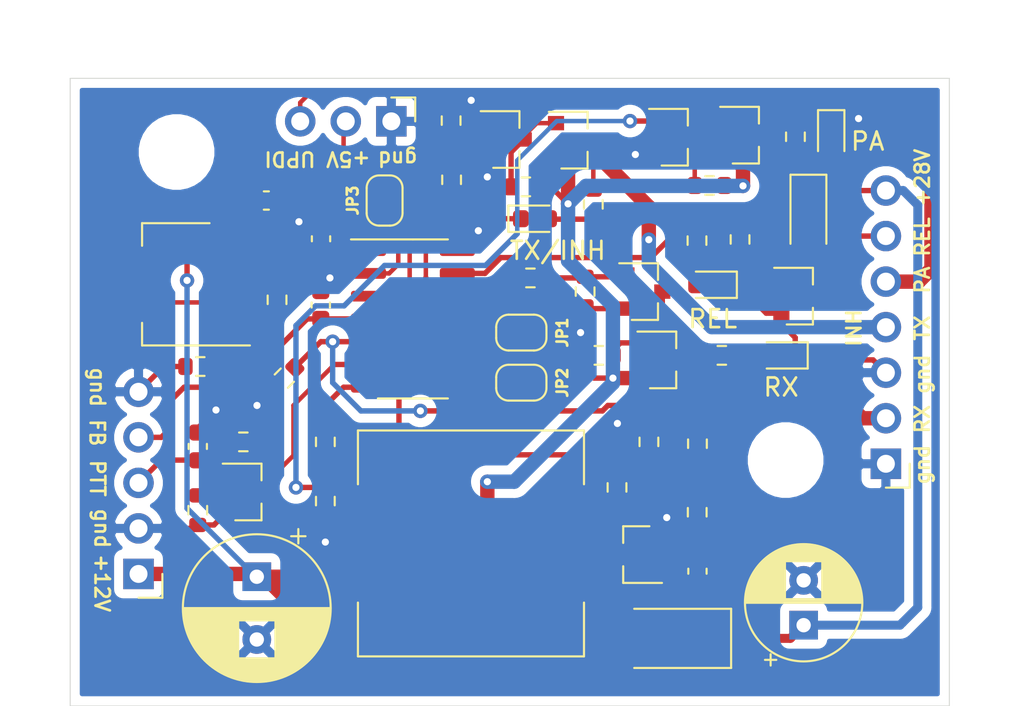
<source format=kicad_pcb>
(kicad_pcb (version 20171130) (host pcbnew 5.1.10-88a1d61d58~90~ubuntu20.04.1)
  (layers (0 F.Cu signal) (31 B.Cu signal) (34 B.Paste user) (35 F.Paste user) (36 B.SilkS user) (37 F.SilkS user) (38 B.Mask user) (39 F.Mask user) (44 Edge.Cuts user))
  (net 0 "")
  (net 1 GND)
  (net 2 "Net-(C1-Pad1)")
  (net 3 "Net-(C2-Pad1)")
  (net 4 "Net-(C3-Pad2)")
  (net 5 "Net-(C3-Pad1)")
  (net 6 "Net-(C4-Pad1)")
  (net 7 "Net-(D1-Pad2)")
  (net 8 "Net-(D2-Pad2)")
  (net 9 "Net-(D4-Pad2)")
  (net 10 "Net-(D5-Pad2)")
  (net 11 "Net-(J2-Pad3)")
  (net 12 "Net-(Q1-Pad1)")
  (net 13 "Net-(Q2-Pad3)")
  (net 14 "Net-(Q2-Pad1)")
  (net 15 "Net-(Q3-Pad3)")
  (net 16 "Net-(Q3-Pad1)")
  (net 17 "Net-(Q6-Pad1)")
  (net 18 "Net-(Q7-Pad1)")
  (net 19 "Net-(R3-Pad2)")
  (net 20 "Net-(R5-Pad2)")
  (net 21 "Net-(R6-Pad2)")
  (net 22 "Net-(R11-Pad1)")
  (net 23 "Net-(R17-Pad2)")
  (net 24 "Net-(J3-Pad4)")
  (net 25 "Net-(J3-Pad2)")
  (net 26 "Net-(D6-Pad2)")
  (net 27 "Net-(Q8-Pad3)")
  (net 28 "Net-(Q8-Pad1)")
  (net 29 "Net-(R20-Pad2)")
  (net 30 "Net-(J3-Pad5)")
  (net 31 "Net-(C5-Pad1)")
  (net 32 "Net-(C8-Pad1)")
  (net 33 "Net-(JP1-Pad2)")
  (net 34 "Net-(JP2-Pad2)")
  (net 35 "Net-(JP3-Pad1)")
  (net 36 "Net-(Q1-Pad3)")
  (module Jumper:SolderJumper-2_P1.3mm_Open_RoundedPad1.0x1.5mm (layer F.Cu) (at 382.524 115.316 90)
    (fp_text reference JP3 (at 0 -1.778 270) (layer F.SilkS) (effects (font (size 0.6 0.6))))
    (fp_text value SolderJumper_2_Open)
    (pad 2 smd custom (at 0.65 0 90) (size 1 0.5) (layers F.Cu F.Mask) (net 1 GND) (options (clearance outline) (anchor rect)) (primitives (gr_circle (center 0 0.25) (end 0.5 0.25) (width 0)) (gr_circle (center 0 -0.25) (end 0.5 -0.25) (width 0)) (gr_poly (pts (xy 0 -0.75) (xy -0.5 -0.75) (xy -0.5 0.75) (xy 0 0.75)) (width 0))))
    (pad 1 smd custom (at -0.65 0 90) (size 1 0.5) (layers F.Cu F.Mask) (net 35 "Net-(JP3-Pad1)") (options (clearance outline) (anchor rect)) (primitives (gr_circle (center 0 0.25) (end 0.5 0.25) (width 0)) (gr_circle (center 0 -0.25) (end 0.5 -0.25) (width 0)) (gr_poly (pts (xy 0 -0.75) (xy 0.5 -0.75) (xy 0.5 0.75) (xy 0 0.75)) (width 0))))
  )
  (module Connector_PinHeader_2.54mm:PinHeader_1x05_P2.54mm_Vertical (layer F.Cu) (at 368.808 136.144 180)
    (fp_text reference J1 hide)
    (fp_text value Conn_01x05_Female)
    (pad 5 thru_hole oval (at 0 10.16 180) (size 1.7 1.7) (drill 1) (layers *.Cu *.Mask) (net 1 GND))
    (pad 4 thru_hole oval (at 0 7.62 180) (size 1.7 1.7) (drill 1) (layers *.Cu *.Mask) (net 32 "Net-(C8-Pad1)"))
    (pad 3 thru_hole oval (at 0 5.08 180) (size 1.7 1.7) (drill 1) (layers *.Cu *.Mask) (net 31 "Net-(C5-Pad1)"))
    (pad 2 thru_hole oval (at 0 2.54 180) (size 1.7 1.7) (drill 1) (layers *.Cu *.Mask) (net 1 GND))
    (pad 1 thru_hole rect (at 0 0 180) (size 1.7 1.7) (drill 1) (layers *.Cu *.Mask) (net 3 "Net-(C2-Pad1)"))
  )
  (module Jumper:SolderJumper-2_P1.3mm_Open_RoundedPad1.0x1.5mm (layer F.Cu) (at 390.144 125.476 180)
    (fp_text reference JP2 (at -2.286 0 90) (layer F.SilkS) (effects (font (size 0.6 0.6))))
    (fp_text value SolderJumper_2_Open)
    (pad 2 smd custom (at 0.65 0 180) (size 1 0.5) (layers F.Cu F.Mask) (net 34 "Net-(JP2-Pad2)") (options (clearance outline) (anchor rect)) (primitives (gr_circle (center 0 0.25) (end 0.5 0.25) (width 0)) (gr_circle (center 0 -0.25) (end 0.5 -0.25) (width 0)) (gr_poly (pts (xy 0 -0.75) (xy -0.5 -0.75) (xy -0.5 0.75) (xy 0 0.75)) (width 0))))
    (pad 1 smd custom (at -0.65 0 180) (size 1 0.5) (layers F.Cu F.Mask) (net 1 GND) (options (clearance outline) (anchor rect)) (primitives (gr_circle (center 0 0.25) (end 0.5 0.25) (width 0)) (gr_circle (center 0 -0.25) (end 0.5 -0.25) (width 0)) (gr_poly (pts (xy 0 -0.75) (xy 0.5 -0.75) (xy 0.5 0.75) (xy 0 0.75)) (width 0))))
  )
  (module Package_TO_SOT_SMD:SOT-23 (layer F.Cu) (at 405.638 120.65)
    (fp_text reference Q7 hide)
    (fp_text value PMV130ENEA)
    (pad 3 smd rect (at 1 0) (size 0.9 0.8) (layers F.Cu F.Paste F.Mask) (net 10 "Net-(D5-Pad2)"))
    (pad 2 smd rect (at -1 0.95) (size 0.9 0.8) (layers F.Cu F.Paste F.Mask) (net 1 GND))
    (pad 1 smd rect (at -1 -0.95) (size 0.9 0.8) (layers F.Cu F.Paste F.Mask) (net 18 "Net-(Q7-Pad1)"))
  )
  (module Jumper:SolderJumper-2_P1.3mm_Open_RoundedPad1.0x1.5mm (layer F.Cu) (at 390.144 122.682 180)
    (fp_text reference JP1 (at -2.286 0 90) (layer F.SilkS) (effects (font (size 0.6 0.6))))
    (fp_text value SolderJumper_2_Open)
    (pad 2 smd custom (at 0.65 0 180) (size 1 0.5) (layers F.Cu F.Mask) (net 33 "Net-(JP1-Pad2)") (options (clearance outline) (anchor rect)) (primitives (gr_circle (center 0 0.25) (end 0.5 0.25) (width 0)) (gr_circle (center 0 -0.25) (end 0.5 -0.25) (width 0)) (gr_poly (pts (xy 0 -0.75) (xy -0.5 -0.75) (xy -0.5 0.75) (xy 0 0.75)) (width 0))))
    (pad 1 smd custom (at -0.65 0 180) (size 1 0.5) (layers F.Cu F.Mask) (net 1 GND) (options (clearance outline) (anchor rect)) (primitives (gr_circle (center 0 0.25) (end 0.5 0.25) (width 0)) (gr_circle (center 0 -0.25) (end 0.5 -0.25) (width 0)) (gr_poly (pts (xy 0 -0.75) (xy 0.5 -0.75) (xy 0.5 0.75) (xy 0 0.75)) (width 0))))
  )
  (module Capacitor_SMD:C_0603_1608Metric (layer F.Cu) (at 378.968 121.145 90)
    (fp_text reference C8 hide)
    (fp_text value 1n)
    (pad 2 smd roundrect (at 0.775 0 90) (size 0.9 0.95) (layers F.Cu F.Paste F.Mask) (net 1 GND))
    (pad 1 smd roundrect (at -0.775 0 90) (size 0.9 0.95) (layers F.Cu F.Paste F.Mask) (net 32 "Net-(C8-Pad1)"))
  )
  (module Capacitor_SMD:C_0603_1608Metric (layer F.Cu) (at 375.933 115.316)
    (fp_text reference C6 hide)
    (fp_text value 1n)
    (pad 2 smd roundrect (at 0.775 0) (size 0.9 0.95) (layers F.Cu F.Paste F.Mask) (net 1 GND))
    (pad 1 smd roundrect (at -0.775 0) (size 0.9 0.95) (layers F.Cu F.Paste F.Mask) (net 3 "Net-(C2-Pad1)"))
  )
  (module Capacitor_SMD:C_0603_1608Metric (layer F.Cu) (at 372.11 129.032 90)
    (fp_text reference C5 hide)
    (fp_text value 1n)
    (pad 2 smd roundrect (at 0.775 0 90) (size 0.9 0.95) (layers F.Cu F.Paste F.Mask) (net 1 GND))
    (pad 1 smd roundrect (at -0.775 0 90) (size 0.9 0.95) (layers F.Cu F.Paste F.Mask) (net 31 "Net-(C5-Pad1)"))
  )
  (module Connector_PinHeader_2.54mm:PinHeader_1x03_P2.54mm_Vertical (layer F.Cu) (at 382.9 110.9 270)
    (fp_text reference J2 hide)
    (fp_text value Conn_01x03_Male)
    (pad 3 thru_hole oval (at 0 5.08 270) (size 1.7 1.7) (drill 1) (layers *.Cu *.Mask) (net 11 "Net-(J2-Pad3)"))
    (pad 2 thru_hole oval (at 0 2.54 270) (size 1.7 1.7) (drill 1) (layers *.Cu *.Mask) (net 2 "Net-(C1-Pad1)"))
    (pad 1 thru_hole rect (at 0 0 270) (size 1.7 1.7) (drill 1) (layers *.Cu *.Mask) (net 1 GND))
  )
  (module Connector_PinHeader_2.54mm:PinHeader_1x07_P2.54mm_Vertical (layer F.Cu) (at 410.464 130 180)
    (fp_text reference J3 hide)
    (fp_text value Conn_01x07_Female)
    (pad 7 thru_hole oval (at 0 15.24 180) (size 1.7 1.7) (drill 1) (layers *.Cu *.Mask) (net 6 "Net-(C4-Pad1)"))
    (pad 6 thru_hole oval (at 0 12.7 180) (size 1.7 1.7) (drill 1) (layers *.Cu *.Mask) (net 10 "Net-(D5-Pad2)"))
    (pad 5 thru_hole oval (at 0 10.16 180) (size 1.7 1.7) (drill 1) (layers *.Cu *.Mask) (net 30 "Net-(J3-Pad5)"))
    (pad 4 thru_hole oval (at 0 7.62 180) (size 1.7 1.7) (drill 1) (layers *.Cu *.Mask) (net 24 "Net-(J3-Pad4)"))
    (pad 3 thru_hole oval (at 0 5.08 180) (size 1.7 1.7) (drill 1) (layers *.Cu *.Mask) (net 1 GND))
    (pad 2 thru_hole oval (at 0 2.54 180) (size 1.7 1.7) (drill 1) (layers *.Cu *.Mask) (net 25 "Net-(J3-Pad2)"))
    (pad 1 thru_hole rect (at 0 0 180) (size 1.7 1.7) (drill 1) (layers *.Cu *.Mask) (net 1 GND))
  )
  (module Package_TO_SOT_SMD:SOT-23 (layer F.Cu) (at 398.018 124.206)
    (fp_text reference Q9 hide)
    (fp_text value PMV65XPE)
    (pad 3 smd rect (at 1 0) (size 0.9 0.8) (layers F.Cu F.Paste F.Mask) (net 25 "Net-(J3-Pad2)"))
    (pad 2 smd rect (at -1 0.95) (size 0.9 0.8) (layers F.Cu F.Paste F.Mask) (net 3 "Net-(C2-Pad1)"))
    (pad 1 smd rect (at -1 -0.95) (size 0.9 0.8) (layers F.Cu F.Paste F.Mask) (net 27 "Net-(Q8-Pad3)"))
  )
  (module Resistor_SMD:R_0603_1608Metric (layer F.Cu) (at 401.32 123.952)
    (fp_text reference R23 hide)
    (fp_text value 2k2)
    (pad 2 smd roundrect (at 0.825 0) (size 0.8 0.95) (layers F.Cu F.Paste F.Mask) (net 26 "Net-(D6-Pad2)"))
    (pad 1 smd roundrect (at -0.825 0) (size 0.8 0.95) (layers F.Cu F.Paste F.Mask) (net 25 "Net-(J3-Pad2)"))
  )
  (module Resistor_SMD:R_0603_1608Metric (layer F.Cu) (at 394.462 123.952)
    (fp_text reference R22 hide)
    (fp_text value 33k)
    (pad 2 smd roundrect (at 0.825 0) (size 0.8 0.95) (layers F.Cu F.Paste F.Mask) (net 27 "Net-(Q8-Pad3)"))
    (pad 1 smd roundrect (at -0.825 0) (size 0.8 0.95) (layers F.Cu F.Paste F.Mask) (net 3 "Net-(C2-Pad1)"))
  )
  (module Resistor_SMD:R_0603_1608Metric (layer F.Cu) (at 393.7 120.396 270)
    (fp_text reference R21 hide)
    (fp_text value 33k)
    (pad 2 smd roundrect (at 0.825 0 270) (size 0.8 0.95) (layers F.Cu F.Paste F.Mask) (net 1 GND))
    (pad 1 smd roundrect (at -0.825 0 270) (size 0.8 0.95) (layers F.Cu F.Paste F.Mask) (net 28 "Net-(Q8-Pad1)"))
  )
  (module Resistor_SMD:R_0603_1608Metric (layer F.Cu) (at 390.652 119.634 180)
    (fp_text reference R20 hide)
    (fp_text value 33k)
    (pad 2 smd roundrect (at 0.825 0 180) (size 0.8 0.95) (layers F.Cu F.Paste F.Mask) (net 29 "Net-(R20-Pad2)"))
    (pad 1 smd roundrect (at -0.825 0 180) (size 0.8 0.95) (layers F.Cu F.Paste F.Mask) (net 28 "Net-(Q8-Pad1)"))
  )
  (module Package_TO_SOT_SMD:SOT-23 (layer F.Cu) (at 397.002 120.396)
    (fp_text reference Q8 hide)
    (fp_text value BC817)
    (pad 3 smd rect (at 1 0) (size 0.9 0.8) (layers F.Cu F.Paste F.Mask) (net 27 "Net-(Q8-Pad3)"))
    (pad 2 smd rect (at -1 0.95) (size 0.9 0.8) (layers F.Cu F.Paste F.Mask) (net 1 GND))
    (pad 1 smd rect (at -1 -0.95) (size 0.9 0.8) (layers F.Cu F.Paste F.Mask) (net 28 "Net-(Q8-Pad1)"))
  )
  (module LED_SMD:LED_0603_1608Metric (layer F.Cu) (at 404.622 123.952 180)
    (fp_text reference D6 hide)
    (fp_text value green)
    (pad 2 smd roundrect (at 0.7875 0 180) (size 0.875 0.95) (layers F.Cu F.Paste F.Mask) (net 26 "Net-(D6-Pad2)"))
    (pad 1 smd roundrect (at -0.7875 0 180) (size 0.875 0.95) (layers F.Cu F.Paste F.Mask) (net 1 GND))
  )
  (module MountingHole:MountingHole_3.2mm_M3 (layer F.Cu) (at 404.876 129.794)
    (fp_text reference REF** hide)
    (fp_text value MountingHole_3.2mm_M3)
    (pad 1 np_thru_hole circle (at 0 0) (size 3.2 3.2) (drill 3.2) (layers *.Cu *.Mask))
  )
  (module MountingHole:MountingHole_3.2mm_M3 (layer F.Cu) (at 370.9289 112.6109)
    (fp_text reference REF** hide)
    (fp_text value MountingHole_3.2mm_M3)
    (pad 1 np_thru_hole circle (at 0 0) (size 3.2 3.2) (drill 3.2) (layers *.Cu *.Mask))
  )
  (module Diode_SMD:D_SMA (layer F.Cu) (at 398.4371 139.7381 180)
    (fp_text reference D3 hide)
    (fp_text value B160-13-F)
    (pad 2 smd rect (at 2 0 180) (size 2.5 1.8) (layers F.Cu F.Paste F.Mask) (net 5 "Net-(C3-Pad1)"))
    (pad 1 smd rect (at -2 0 180) (size 2.5 1.8) (layers F.Cu F.Paste F.Mask) (net 6 "Net-(C4-Pad1)"))
  )
  (module Package_TO_SOT_SMD:SOT-23 (layer F.Cu) (at 396.5829 135.0645 180)
    (fp_text reference Q6 hide)
    (fp_text value PMV130ENEA)
    (pad 3 smd rect (at 1 0 180) (size 0.9 0.8) (layers F.Cu F.Paste F.Mask) (net 5 "Net-(C3-Pad1)"))
    (pad 2 smd rect (at -1 0.95 180) (size 0.9 0.8) (layers F.Cu F.Paste F.Mask) (net 1 GND))
    (pad 1 smd rect (at -1 -0.95 180) (size 0.9 0.8) (layers F.Cu F.Paste F.Mask) (net 17 "Net-(Q6-Pad1)"))
  )
  (module Inductor_SMD:L_12x12mm_H8mm (layer F.Cu) (at 387.3373 134.4422)
    (fp_text reference L1 hide)
    (fp_text value DR127-330-R)
    (pad 2 smd rect (at 4.95 0) (size 2.9 5.4) (layers F.Cu F.Paste F.Mask) (net 5 "Net-(C3-Pad1)"))
    (pad 1 smd rect (at -4.95 0) (size 2.9 5.4) (layers F.Cu F.Paste F.Mask) (net 3 "Net-(C2-Pad1)"))
  )
  (module Package_SO:SOIC-14_3.9x8.7mm_P1.27mm (layer F.Cu) (at 384.1 121.92)
    (fp_text reference U2 hide)
    (fp_text value ATtiny214-SS)
    (pad 14 smd roundrect (at 2.475 -3.81) (size 1.95 0.6) (layers F.Cu F.Paste F.Mask) (net 1 GND))
    (pad 13 smd roundrect (at 2.475 -2.54) (size 1.95 0.6) (layers F.Cu F.Paste F.Mask) (net 18 "Net-(Q7-Pad1)"))
    (pad 12 smd roundrect (at 2.475 -1.27) (size 1.95 0.6) (layers F.Cu F.Paste F.Mask) (net 29 "Net-(R20-Pad2)"))
    (pad 11 smd roundrect (at 2.475 0) (size 1.95 0.6) (layers F.Cu F.Paste F.Mask) (net 20 "Net-(R5-Pad2)"))
    (pad 10 smd roundrect (at 2.475 1.27) (size 1.95 0.6) (layers F.Cu F.Paste F.Mask) (net 11 "Net-(J2-Pad3)"))
    (pad 9 smd roundrect (at 2.475 2.54) (size 1.95 0.6) (layers F.Cu F.Paste F.Mask) (net 33 "Net-(JP1-Pad2)"))
    (pad 8 smd roundrect (at 2.475 3.81) (size 1.95 0.6) (layers F.Cu F.Paste F.Mask) (net 34 "Net-(JP2-Pad2)"))
    (pad 7 smd roundrect (at -2.475 3.81) (size 1.95 0.6) (layers F.Cu F.Paste F.Mask) (net 21 "Net-(R6-Pad2)"))
    (pad 6 smd roundrect (at -2.475 2.54) (size 1.95 0.6) (layers F.Cu F.Paste F.Mask) (net 36 "Net-(Q1-Pad3)"))
    (pad 5 smd roundrect (at -2.475 1.27) (size 1.95 0.6) (layers F.Cu F.Paste F.Mask) (net 23 "Net-(R17-Pad2)"))
    (pad 4 smd roundrect (at -2.475 0) (size 1.95 0.6) (layers F.Cu F.Paste F.Mask) (net 32 "Net-(C8-Pad1)"))
    (pad 3 smd roundrect (at -2.475 -1.27) (size 1.95 0.6) (layers F.Cu F.Paste F.Mask) (net 22 "Net-(R11-Pad1)"))
    (pad 2 smd roundrect (at -2.475 -2.54) (size 1.95 0.6) (layers F.Cu F.Paste F.Mask) (net 35 "Net-(JP3-Pad1)"))
    (pad 1 smd roundrect (at -2.475 -3.81) (size 1.95 0.6) (layers F.Cu F.Paste F.Mask) (net 2 "Net-(C1-Pad1)"))
  )
  (module Package_TO_SOT_SMD:SOT-223-3_TabPin2 (layer F.Cu) (at 370.9162 119.9896 180)
    (fp_text reference U1 hide)
    (fp_text value LM317_SOT-223)
    (pad 1 smd rect (at -3.15 -2.3 180) (size 2 1.5) (layers F.Cu F.Paste F.Mask) (net 19 "Net-(R3-Pad2)"))
    (pad 3 smd rect (at -3.15 2.3 180) (size 2 1.5) (layers F.Cu F.Paste F.Mask) (net 3 "Net-(C2-Pad1)"))
    (pad 2 smd rect (at -3.15 0 180) (size 2 1.5) (layers F.Cu F.Paste F.Mask) (net 2 "Net-(C1-Pad1)"))
    (pad 2 smd rect (at 3.15 0 180) (size 2 3.8) (layers F.Cu F.Paste F.Mask) (net 2 "Net-(C1-Pad1)"))
  )
  (module Resistor_SMD:R_0603_1608Metric (layer F.Cu) (at 402.336 117.4877 270)
    (fp_text reference R19 hide)
    (fp_text value 33k)
    (pad 2 smd roundrect (at 0.825 0 270) (size 0.8 0.95) (layers F.Cu F.Paste F.Mask) (net 1 GND))
    (pad 1 smd roundrect (at -0.825 0 270) (size 0.8 0.95) (layers F.Cu F.Paste F.Mask) (net 18 "Net-(Q7-Pad1)"))
  )
  (module Resistor_SMD:R_0603_1608Metric (layer F.Cu) (at 376.936 125.222 225)
    (fp_text reference R18 hide)
    (fp_text value 10k)
    (pad 2 smd roundrect (at 0.825 0 225) (size 0.8 0.95) (layers F.Cu F.Paste F.Mask) (net 1 GND))
    (pad 1 smd roundrect (at -0.825 0 225) (size 0.8 0.95) (layers F.Cu F.Paste F.Mask) (net 23 "Net-(R17-Pad2)"))
  )
  (module Resistor_SMD:R_0603_1608Metric (layer F.Cu) (at 399.9611 128.8796 90)
    (fp_text reference R17 hide)
    (fp_text value 100k)
    (pad 2 smd roundrect (at 0.825 0 90) (size 0.8 0.95) (layers F.Cu F.Paste F.Mask) (net 23 "Net-(R17-Pad2)"))
    (pad 1 smd roundrect (at -0.825 0 90) (size 0.8 0.95) (layers F.Cu F.Paste F.Mask) (net 6 "Net-(C4-Pad1)"))
  )
  (module Resistor_SMD:R_0603_1608Metric (layer F.Cu) (at 399.9357 117.5512 270)
    (fp_text reference R16 hide)
    (fp_text value 560)
    (pad 2 smd roundrect (at 0.825 0 270) (size 0.8 0.95) (layers F.Cu F.Paste F.Mask) (net 9 "Net-(D4-Pad2)"))
    (pad 1 smd roundrect (at -0.825 0 270) (size 0.8 0.95) (layers F.Cu F.Paste F.Mask) (net 18 "Net-(Q7-Pad1)"))
  )
  (module Resistor_SMD:R_0603_1608Metric (layer F.Cu) (at 399.9484 132.7023 90)
    (fp_text reference R15 hide)
    (fp_text value 100)
    (pad 2 smd roundrect (at 0.825 0 90) (size 0.8 0.95) (layers F.Cu F.Paste F.Mask) (net 1 GND))
    (pad 1 smd roundrect (at -0.825 0 90) (size 0.8 0.95) (layers F.Cu F.Paste F.Mask) (net 4 "Net-(C3-Pad2)"))
  )
  (module Resistor_SMD:R_0603_1608Metric (layer F.Cu) (at 394.1572 115.5319 270)
    (fp_text reference R14 hide)
    (fp_text value 2k2)
    (pad 2 smd roundrect (at 0.825 0 270) (size 0.8 0.95) (layers F.Cu F.Paste F.Mask) (net 8 "Net-(D2-Pad2)"))
    (pad 1 smd roundrect (at -0.825 0 270) (size 0.8 0.95) (layers F.Cu F.Paste F.Mask) (net 24 "Net-(J3-Pad4)"))
  )
  (module Resistor_SMD:R_0603_1608Metric (layer F.Cu) (at 405.4221 111.76 270)
    (fp_text reference R13 hide)
    (fp_text value 2k2)
    (pad 2 smd roundrect (at 0.825 0 270) (size 0.8 0.95) (layers F.Cu F.Paste F.Mask) (net 7 "Net-(D1-Pad2)"))
    (pad 1 smd roundrect (at -0.825 0 270) (size 0.8 0.95) (layers F.Cu F.Paste F.Mask) (net 30 "Net-(J3-Pad5)"))
  )
  (module Resistor_SMD:R_0603_1608Metric (layer F.Cu) (at 397.256 128.778 90)
    (fp_text reference R12 hide)
    (fp_text value 33k)
    (pad 2 smd roundrect (at 0.825 0 90) (size 0.8 0.95) (layers F.Cu F.Paste F.Mask) (net 1 GND))
    (pad 1 smd roundrect (at -0.825 0 90) (size 0.8 0.95) (layers F.Cu F.Paste F.Mask) (net 17 "Net-(Q6-Pad1)"))
  )
  (module Resistor_SMD:R_0603_1608Metric (layer F.Cu) (at 395.478 131.318 270)
    (fp_text reference R11 hide)
    (fp_text value 100)
    (pad 2 smd roundrect (at 0.825 0 270) (size 0.8 0.95) (layers F.Cu F.Paste F.Mask) (net 17 "Net-(Q6-Pad1)"))
    (pad 1 smd roundrect (at -0.825 0 270) (size 0.8 0.95) (layers F.Cu F.Paste F.Mask) (net 22 "Net-(R11-Pad1)"))
  )
  (module Resistor_SMD:R_0603_1608Metric (layer F.Cu) (at 400.6342 114.4778 180)
    (fp_text reference R10 hide)
    (fp_text value 33k)
    (pad 2 smd roundrect (at 0.825 0 180) (size 0.8 0.95) (layers F.Cu F.Paste F.Mask) (net 15 "Net-(Q3-Pad3)"))
    (pad 1 smd roundrect (at -0.825 0 180) (size 0.8 0.95) (layers F.Cu F.Paste F.Mask) (net 3 "Net-(C2-Pad1)"))
  )
  (module Resistor_SMD:R_0603_1608Metric (layer F.Cu) (at 390.398 114.554 180)
    (fp_text reference R9 hide)
    (fp_text value 33k)
    (pad 2 smd roundrect (at 0.825 0 180) (size 0.8 0.95) (layers F.Cu F.Paste F.Mask) (net 13 "Net-(Q2-Pad3)"))
    (pad 1 smd roundrect (at -0.825 0 180) (size 0.8 0.95) (layers F.Cu F.Paste F.Mask) (net 3 "Net-(C2-Pad1)"))
  )
  (module Resistor_SMD:R_0603_1608Metric (layer F.Cu) (at 379.222 132.08 270)
    (fp_text reference R8 hide)
    (fp_text value 33k)
    (pad 2 smd roundrect (at 0.825 0 270) (size 0.8 0.95) (layers F.Cu F.Paste F.Mask) (net 1 GND))
    (pad 1 smd roundrect (at -0.825 0 270) (size 0.8 0.95) (layers F.Cu F.Paste F.Mask) (net 16 "Net-(Q3-Pad1)"))
  )
  (module Resistor_SMD:R_0603_1608Metric (layer F.Cu) (at 386.2324 110.8583 90)
    (fp_text reference R7 hide)
    (fp_text value 33k)
    (pad 2 smd roundrect (at 0.825 0 90) (size 0.8 0.95) (layers F.Cu F.Paste F.Mask) (net 1 GND))
    (pad 1 smd roundrect (at -0.825 0 90) (size 0.8 0.95) (layers F.Cu F.Paste F.Mask) (net 14 "Net-(Q2-Pad1)"))
  )
  (module Resistor_SMD:R_0603_1608Metric (layer F.Cu) (at 379.222 128.778 90)
    (fp_text reference R6 hide)
    (fp_text value 33k)
    (pad 2 smd roundrect (at 0.825 0 90) (size 0.8 0.95) (layers F.Cu F.Paste F.Mask) (net 21 "Net-(R6-Pad2)"))
    (pad 1 smd roundrect (at -0.825 0 90) (size 0.8 0.95) (layers F.Cu F.Paste F.Mask) (net 16 "Net-(Q3-Pad1)"))
  )
  (module Resistor_SMD:R_0603_1608Metric (layer F.Cu) (at 386.2578 114.1603 270)
    (fp_text reference R5 hide)
    (fp_text value 33k)
    (pad 2 smd roundrect (at 0.825 0 270) (size 0.8 0.95) (layers F.Cu F.Paste F.Mask) (net 20 "Net-(R5-Pad2)"))
    (pad 1 smd roundrect (at -0.825 0 270) (size 0.8 0.95) (layers F.Cu F.Paste F.Mask) (net 14 "Net-(Q2-Pad1)"))
  )
  (module Resistor_SMD:R_0603_1608Metric (layer F.Cu) (at 376.5296 120.8532 90)
    (fp_text reference R4 hide)
    (fp_text value 330)
    (pad 2 smd roundrect (at 0.825 0 90) (size 0.8 0.95) (layers F.Cu F.Paste F.Mask) (net 2 "Net-(C1-Pad1)"))
    (pad 1 smd roundrect (at -0.825 0 90) (size 0.8 0.95) (layers F.Cu F.Paste F.Mask) (net 19 "Net-(R3-Pad2)"))
  )
  (module Resistor_SMD:R_0603_1608Metric (layer F.Cu) (at 372.25 124.5743)
    (fp_text reference R3 hide)
    (fp_text value 1k)
    (pad 2 smd roundrect (at 0.825 0) (size 0.8 0.95) (layers F.Cu F.Paste F.Mask) (net 19 "Net-(R3-Pad2)"))
    (pad 1 smd roundrect (at -0.825 0) (size 0.8 0.95) (layers F.Cu F.Paste F.Mask) (net 1 GND))
  )
  (module Resistor_SMD:R_0603_1608Metric (layer F.Cu) (at 372.11 132.588 270)
    (fp_text reference R2 hide)
    (fp_text value 100k)
    (pad 2 smd roundrect (at 0.825 0 270) (size 0.8 0.95) (layers F.Cu F.Paste F.Mask) (net 1 GND))
    (pad 1 smd roundrect (at -0.825 0 270) (size 0.8 0.95) (layers F.Cu F.Paste F.Mask) (net 12 "Net-(Q1-Pad1)"))
  )
  (module Resistor_SMD:R_0603_1608Metric (layer F.Cu) (at 374.65 128.778 180)
    (fp_text reference R1 hide)
    (fp_text value 33k)
    (pad 2 smd roundrect (at 0.825 0 180) (size 0.8 0.95) (layers F.Cu F.Paste F.Mask) (net 31 "Net-(C5-Pad1)"))
    (pad 1 smd roundrect (at -0.825 0 180) (size 0.8 0.95) (layers F.Cu F.Paste F.Mask) (net 12 "Net-(Q1-Pad1)"))
  )
  (module Package_TO_SOT_SMD:SOT-23 (layer F.Cu) (at 402.6281 111.6711)
    (fp_text reference Q5 hide)
    (fp_text value PMV65XPE)
    (pad 3 smd rect (at 1 0) (size 0.9 0.8) (layers F.Cu F.Paste F.Mask) (net 30 "Net-(J3-Pad5)"))
    (pad 2 smd rect (at -1 0.95) (size 0.9 0.8) (layers F.Cu F.Paste F.Mask) (net 3 "Net-(C2-Pad1)"))
    (pad 1 smd rect (at -1 -0.95) (size 0.9 0.8) (layers F.Cu F.Paste F.Mask) (net 15 "Net-(Q3-Pad3)"))
  )
  (module Package_TO_SOT_SMD:SOT-23 (layer F.Cu) (at 393.0777 111.9505)
    (fp_text reference Q4 hide)
    (fp_text value PMV65XPE)
    (pad 3 smd rect (at 1 0) (size 0.9 0.8) (layers F.Cu F.Paste F.Mask) (net 24 "Net-(J3-Pad4)"))
    (pad 2 smd rect (at -1 0.95) (size 0.9 0.8) (layers F.Cu F.Paste F.Mask) (net 3 "Net-(C2-Pad1)"))
    (pad 1 smd rect (at -1 -0.95) (size 0.9 0.8) (layers F.Cu F.Paste F.Mask) (net 13 "Net-(Q2-Pad3)"))
  )
  (module Package_TO_SOT_SMD:SOT-23 (layer F.Cu) (at 398.6657 111.7854)
    (fp_text reference Q3 hide)
    (fp_text value BC817)
    (pad 3 smd rect (at 1 0) (size 0.9 0.8) (layers F.Cu F.Paste F.Mask) (net 15 "Net-(Q3-Pad3)"))
    (pad 2 smd rect (at -1 0.95) (size 0.9 0.8) (layers F.Cu F.Paste F.Mask) (net 1 GND))
    (pad 1 smd rect (at -1 -0.95) (size 0.9 0.8) (layers F.Cu F.Paste F.Mask) (net 16 "Net-(Q3-Pad1)"))
  )
  (module Package_TO_SOT_SMD:SOT-23 (layer F.Cu) (at 389.2804 111.9124)
    (fp_text reference Q2 hide)
    (fp_text value BC817)
    (pad 3 smd rect (at 1 0) (size 0.9 0.8) (layers F.Cu F.Paste F.Mask) (net 13 "Net-(Q2-Pad3)"))
    (pad 2 smd rect (at -1 0.95) (size 0.9 0.8) (layers F.Cu F.Paste F.Mask) (net 1 GND))
    (pad 1 smd rect (at -1 -0.95) (size 0.9 0.8) (layers F.Cu F.Paste F.Mask) (net 14 "Net-(Q2-Pad1)"))
  )
  (module Package_TO_SOT_SMD:SOT-23 (layer F.Cu) (at 374.904 131.572)
    (fp_text reference Q1 hide)
    (fp_text value BC817)
    (pad 3 smd rect (at 1 0) (size 0.9 0.8) (layers F.Cu F.Paste F.Mask) (net 36 "Net-(Q1-Pad3)"))
    (pad 2 smd rect (at -1 0.95) (size 0.9 0.8) (layers F.Cu F.Paste F.Mask) (net 1 GND))
    (pad 1 smd rect (at -1 -0.95) (size 0.9 0.8) (layers F.Cu F.Paste F.Mask) (net 12 "Net-(Q1-Pad1)"))
  )
  (module Diode_SMD:D_SOD-123F (layer F.Cu) (at 406.146 116.078 270)
    (fp_text reference D5 hide)
    (fp_text value SM4005PL)
    (pad 2 smd rect (at 1.4 0 270) (size 1.1 1.1) (layers F.Cu F.Paste F.Mask) (net 10 "Net-(D5-Pad2)"))
    (pad 1 smd rect (at -1.4 0 270) (size 1.1 1.1) (layers F.Cu F.Paste F.Mask) (net 6 "Net-(C4-Pad1)"))
  )
  (module LED_SMD:LED_0603_1608Metric (layer F.Cu) (at 400.6723 120.015 180)
    (fp_text reference D4 hide)
    (fp_text value yellow)
    (pad 2 smd roundrect (at 0.7875 0 180) (size 0.875 0.95) (layers F.Cu F.Paste F.Mask) (net 9 "Net-(D4-Pad2)"))
    (pad 1 smd roundrect (at -0.7875 0 180) (size 0.875 0.95) (layers F.Cu F.Paste F.Mask) (net 1 GND))
  )
  (module LED_SMD:LED_0603_1608Metric (layer F.Cu) (at 390.906 116.332)
    (fp_text reference D2 hide)
    (fp_text value red)
    (pad 2 smd roundrect (at 0.7875 0) (size 0.875 0.95) (layers F.Cu F.Paste F.Mask) (net 8 "Net-(D2-Pad2)"))
    (pad 1 smd roundrect (at -0.7875 0) (size 0.875 0.95) (layers F.Cu F.Paste F.Mask) (net 1 GND))
  )
  (module LED_SMD:LED_0603_1608Metric (layer F.Cu) (at 407.416 111.76 270)
    (fp_text reference D1 hide)
    (fp_text value red)
    (pad 2 smd roundrect (at 0.7875 0 270) (size 0.875 0.95) (layers F.Cu F.Paste F.Mask) (net 7 "Net-(D1-Pad2)"))
    (pad 1 smd roundrect (at -0.7875 0 270) (size 0.875 0.95) (layers F.Cu F.Paste F.Mask) (net 1 GND))
  )
  (module Capacitor_THT:CP_Radial_D6.3mm_P2.50mm (layer F.Cu) (at 405.8793 139.0015 90)
    (fp_text reference C4 hide)
    (fp_text value 100µ/35V)
    (pad 2 thru_hole circle (at 2.5 0 90) (size 1.6 1.6) (drill 0.8) (layers *.Cu *.Mask) (net 1 GND))
    (pad 1 thru_hole rect (at 0 0 90) (size 1.6 1.6) (drill 0.8) (layers *.Cu *.Mask) (net 6 "Net-(C4-Pad1)"))
  )
  (module Capacitor_SMD:C_0603_1608Metric (layer F.Cu) (at 399.9611 135.9916 90)
    (fp_text reference C3 hide)
    (fp_text value 220p)
    (pad 2 smd roundrect (at 0.775 0 90) (size 0.9 0.95) (layers F.Cu F.Paste F.Mask) (net 4 "Net-(C3-Pad2)"))
    (pad 1 smd roundrect (at -0.775 0 90) (size 0.9 0.95) (layers F.Cu F.Paste F.Mask) (net 5 "Net-(C3-Pad1)"))
  )
  (module Capacitor_THT:CP_Radial_D8.0mm_P3.50mm (layer F.Cu) (at 375.4 136.3 270)
    (fp_text reference C2 hide)
    (fp_text value 330µ/25V)
    (pad 2 thru_hole circle (at 3.5 0 270) (size 1.6 1.6) (drill 0.8) (layers *.Cu *.Mask) (net 1 GND))
    (pad 1 thru_hole rect (at 0 0 270) (size 1.6 1.6) (drill 0.8) (layers *.Cu *.Mask) (net 3 "Net-(C2-Pad1)"))
  )
  (module Capacitor_SMD:C_0603_1608Metric (layer F.Cu) (at 378.9807 117.4496 90)
    (fp_text reference C1 hide)
    (fp_text value 1µ)
    (pad 2 smd roundrect (at 0.775 0 90) (size 0.9 0.95) (layers F.Cu F.Paste F.Mask) (net 1 GND))
    (pad 1 smd roundrect (at -0.775 0 90) (size 0.9 0.95) (layers F.Cu F.Paste F.Mask) (net 2 "Net-(C1-Pad1)"))
  )
  (gr_text INH (at 408.686 122.428 90) (layer F.SilkS) (effects (font (size 0.8 0.8))))
  (gr_text FB (at 366.5 128.27 -90) (layer F.SilkS) (effects (font (size 0.8 0.8))))
  (gr_text +5V (at 380.5 113 180) (layer F.SilkS) (effects (font (size 0.8 0.8))))
  (gr_text gnd (at 383.25 113 180) (layer F.SilkS) (effects (font (size 0.8 0.8))))
  (gr_text UPDI (at 377.25 113 180) (layer F.SilkS) (effects (font (size 0.8 0.8))))
  (gr_text gnd (at 412.496 130.048 90) (layer F.SilkS) (effects (font (size 0.8 0.8))))
  (gr_text RX (at 412.496 127.508 90) (layer F.SilkS) (effects (font (size 0.8 0.8))))
  (gr_text gnd (at 412.496 125 90) (layer F.SilkS) (effects (font (size 0.8 0.8))))
  (gr_text TX (at 412.496 122.428 90) (layer F.SilkS) (effects (font (size 0.8 0.8))))
  (gr_text PA (at 412.496 119.75 90) (layer F.SilkS) (effects (font (size 0.8 0.8))))
  (gr_text REL (at 412.496 117.348 90) (layer F.SilkS) (effects (font (size 0.8 0.8))))
  (gr_text +28V (at 412.496 114.046 90) (layer F.SilkS) (effects (font (size 0.8 0.8))))
  (gr_text +12V (at 366.776 136.652 270) (layer F.SilkS) (effects (font (size 0.8 0.8))))
  (gr_text gnd (at 366.776 133.604 270) (layer F.SilkS) (effects (font (size 0.8 0.8))))
  (gr_text PTT (at 366.522 130.81 -90) (layer F.SilkS) (effects (font (size 0.8 0.8))))
  (gr_text gnd (at 366.522 125.73 270) (layer F.SilkS) (effects (font (size 0.8 0.8))))
  (gr_text REL (at 400.812 121.92) (layer F.SilkS) (effects (font (size 1 1))))
  (gr_text PA (at 409.448 112.014) (layer F.SilkS) (effects (font (size 1 1))))
  (gr_text TX/INH (at 392.176 118.11) (layer F.SilkS) (effects (font (size 1 1))))
  (gr_text RX (at 404.622 125.73) (layer F.SilkS) (effects (font (size 1 1))))
  (gr_line (start 365 143.5) (end 365 108.5) (layer Edge.Cuts) (width 0.05))
  (gr_line (start 365 108.5) (end 414 108.5) (layer Edge.Cuts) (width 0.05))
  (gr_line (start 414 143.5) (end 414 108.5) (layer Edge.Cuts) (width 0.05))
  (gr_line (start 365 143.5) (end 414 143.5) (layer Edge.Cuts) (width 0.05))
  (segment (start 401.6757 120.2309) (end 401.4598 120.015) (width 0.25) (layer F.Cu) (net 1))
  (segment (start 399.9484 131.8773) (end 399.1273 131.8773) (width 0.25) (layer F.Cu) (net 1))
  (via (at 388.25 114) (size 0.8) (drill 0.4) (layers F.Cu B.Cu) (net 1))
  (segment (start 388.2804 113.9696) (end 388.25 114) (width 0.25) (layer F.Cu) (net 1))
  (segment (start 388.2804 112.8624) (end 388.2804 113.9696) (width 0.25) (layer F.Cu) (net 1))
  (segment (start 387.8069 116.8781) (end 386.575 118.11) (width 0.25) (layer F.Cu) (net 1))
  (via (at 387.75 117) (size 0.8) (drill 0.4) (layers F.Cu B.Cu) (net 1))
  (segment (start 387.8069 116.9431) (end 387.75 117) (width 0.25) (layer F.Cu) (net 1))
  (segment (start 387.8069 116.8781) (end 387.8069 116.9431) (width 0.25) (layer F.Cu) (net 1))
  (via (at 396.5 112.75) (size 0.8) (drill 0.4) (layers F.Cu B.Cu) (net 1))
  (segment (start 396.5146 112.7354) (end 396.5 112.75) (width 0.25) (layer F.Cu) (net 1))
  (segment (start 397.6657 112.7354) (end 396.5146 112.7354) (width 0.25) (layer F.Cu) (net 1))
  (via (at 408.94 110.744) (size 0.8) (drill 0.4) (layers F.Cu B.Cu) (net 1))
  (via (at 395.5 127.75) (size 0.8) (drill 0.4) (layers F.Cu B.Cu) (net 1))
  (segment (start 395.625 127.875) (end 395.5 127.75) (width 0.25) (layer F.Cu) (net 1))
  (segment (start 397 127.875) (end 395.625 127.875) (width 0.25) (layer F.Cu) (net 1))
  (via (at 398.25 133) (size 0.8) (drill 0.4) (layers F.Cu B.Cu) (net 1))
  (segment (start 397.5829 133.6671) (end 398.25 133) (width 0.25) (layer F.Cu) (net 1))
  (segment (start 397.5829 134.1145) (end 397.5829 133.6671) (width 0.25) (layer F.Cu) (net 1))
  (segment (start 399.1273 132.1227) (end 399.1273 131.8773) (width 0.25) (layer F.Cu) (net 1))
  (segment (start 398.25 133) (end 399.1273 132.1227) (width 0.25) (layer F.Cu) (net 1))
  (via (at 379.222 134.366) (size 0.8) (drill 0.4) (layers F.Cu B.Cu) (net 1))
  (via (at 375.412 126.746) (size 0.8) (drill 0.4) (layers F.Cu B.Cu) (net 1))
  (via (at 377.75 116.5) (size 0.8) (drill 0.4) (layers F.Cu B.Cu) (net 1))
  (segment (start 377.9246 116.6746) (end 377.75 116.5) (width 0.25) (layer F.Cu) (net 1))
  (segment (start 378.9807 116.6746) (end 377.9246 116.6746) (width 0.25) (layer F.Cu) (net 1))
  (via (at 393.446 122.682) (size 0.8) (drill 0.4) (layers F.Cu B.Cu) (net 1))
  (segment (start 376.352637 125.805363) (end 375.412 126.746) (width 0.3) (layer F.Cu) (net 1))
  (segment (start 398.209 127.953) (end 397.256 127.953) (width 0.25) (layer F.Cu) (net 1))
  (segment (start 398.5 128.244) (end 398.209 127.953) (width 0.25) (layer F.Cu) (net 1))
  (segment (start 398.5 131.25) (end 398.5 128.244) (width 0.25) (layer F.Cu) (net 1))
  (segment (start 399.1273 131.8773) (end 398.5 131.25) (width 0.25) (layer F.Cu) (net 1))
  (segment (start 373.013 133.413) (end 373.904 132.522) (width 0.3) (layer F.Cu) (net 1))
  (segment (start 372.11 133.413) (end 373.013 133.413) (width 0.3) (layer F.Cu) (net 1))
  (segment (start 372.11 128.016) (end 373.126 127) (width 0.3) (layer F.Cu) (net 1))
  (via (at 373.126 127) (size 0.8) (drill 0.4) (layers F.Cu B.Cu) (net 1))
  (segment (start 372.11 128.257) (end 372.11 128.016) (width 0.3) (layer F.Cu) (net 1))
  (segment (start 370.2177 124.5743) (end 368.808 125.984) (width 0.3) (layer F.Cu) (net 1))
  (segment (start 371.425 124.5743) (end 370.2177 124.5743) (width 0.3) (layer F.Cu) (net 1))
  (segment (start 379.222 132.905) (end 379.222 134.366) (width 0.3) (layer F.Cu) (net 1))
  (segment (start 376.708 115.458) (end 377.75 116.5) (width 0.3) (layer F.Cu) (net 1))
  (segment (start 376.708 115.316) (end 376.708 115.458) (width 0.3) (layer F.Cu) (net 1))
  (via (at 379.476 119.634) (size 0.8) (drill 0.4) (layers F.Cu B.Cu) (net 1))
  (segment (start 378.968 120.142) (end 379.476 119.634) (width 0.3) (layer F.Cu) (net 1))
  (segment (start 378.968 120.37) (end 378.968 120.142) (width 0.3) (layer F.Cu) (net 1))
  (segment (start 403.794 121.6) (end 402.844 120.65) (width 0.3) (layer F.Cu) (net 1))
  (segment (start 404.638 121.6) (end 403.794 121.6) (width 0.3) (layer F.Cu) (net 1))
  (segment (start 402.0948 120.65) (end 401.4598 120.015) (width 0.3) (layer F.Cu) (net 1))
  (segment (start 402.844 120.65) (end 402.0948 120.65) (width 0.3) (layer F.Cu) (net 1))
  (segment (start 402.336 119.1388) (end 401.4598 120.015) (width 0.3) (layer F.Cu) (net 1))
  (segment (start 402.336 118.3127) (end 402.336 119.1388) (width 0.3) (layer F.Cu) (net 1))
  (segment (start 407.6445 110.744) (end 407.416 110.9725) (width 0.3) (layer F.Cu) (net 1))
  (segment (start 408.94 110.744) (end 407.6445 110.744) (width 0.3) (layer F.Cu) (net 1))
  (segment (start 390.794 125.476) (end 390.794 122.682) (width 0.25) (layer F.Cu) (net 1))
  (segment (start 393.192 122.682) (end 393.446 122.936) (width 0.25) (layer F.Cu) (net 1))
  (segment (start 390.794 122.682) (end 393.192 122.682) (width 0.25) (layer F.Cu) (net 1))
  (segment (start 393.7 122.682) (end 393.446 122.936) (width 0.25) (layer F.Cu) (net 1))
  (segment (start 393.825 121.346) (end 393.7 121.221) (width 0.3) (layer F.Cu) (net 1))
  (segment (start 396.002 121.346) (end 393.825 121.346) (width 0.3) (layer F.Cu) (net 1))
  (segment (start 393.446 121.475) (end 393.7 121.221) (width 0.3) (layer F.Cu) (net 1))
  (segment (start 393.446 122.682) (end 393.446 121.475) (width 0.3) (layer F.Cu) (net 1))
  (segment (start 404.638 121.6) (end 404.638 122.19) (width 0.3) (layer F.Cu) (net 1))
  (segment (start 405.4095 122.9615) (end 405.4095 124.206) (width 0.3) (layer F.Cu) (net 1))
  (segment (start 404.638 122.19) (end 405.4095 122.9615) (width 0.3) (layer F.Cu) (net 1))
  (segment (start 409.75 124.206) (end 410.464 124.92) (width 0.3) (layer F.Cu) (net 1))
  (segment (start 405.4095 124.206) (end 409.75 124.206) (width 0.3) (layer F.Cu) (net 1))
  (segment (start 388.418 116.332) (end 387.75 117) (width 0.3) (layer F.Cu) (net 1))
  (segment (start 390.1185 116.332) (end 388.418 116.332) (width 0.3) (layer F.Cu) (net 1))
  (segment (start 371.919 133.604) (end 372.11 133.413) (width 0.3) (layer F.Cu) (net 1))
  (segment (start 368.808 133.604) (end 371.919 133.604) (width 0.3) (layer F.Cu) (net 1))
  (via (at 387.35 109.728) (size 0.8) (drill 0.4) (layers F.Cu B.Cu) (net 1))
  (segment (start 387.0447 110.0333) (end 387.35 109.728) (width 0.25) (layer F.Cu) (net 1))
  (segment (start 386.2324 110.0333) (end 387.0447 110.0333) (width 0.25) (layer F.Cu) (net 1))
  (segment (start 382.9 114.29) (end 382.524 114.666) (width 0.25) (layer F.Cu) (net 1))
  (segment (start 382.9 110.9) (end 382.9 114.29) (width 0.25) (layer F.Cu) (net 1))
  (segment (start 376.491 119.9896) (end 376.5296 120.0282) (width 0.3) (layer F.Cu) (net 2))
  (segment (start 374.0662 119.9896) (end 376.491 119.9896) (width 0.3) (layer F.Cu) (net 2))
  (segment (start 377.266 120.0282) (end 378.9553 118.3389) (width 0.3) (layer F.Cu) (net 2))
  (segment (start 376.5296 120.0282) (end 377.266 120.0282) (width 0.3) (layer F.Cu) (net 2))
  (segment (start 381.5104 118.2246) (end 381.625 118.11) (width 0.3) (layer F.Cu) (net 2))
  (segment (start 378.9807 118.2246) (end 381.5104 118.2246) (width 0.3) (layer F.Cu) (net 2))
  (segment (start 367.7662 119.9896) (end 369.4896 119.9896) (width 0.25) (layer F.Cu) (net 2))
  (segment (start 369.4896 119.9896) (end 370.5 121) (width 0.25) (layer F.Cu) (net 2))
  (segment (start 373.0558 121) (end 374.0662 119.9896) (width 0.25) (layer F.Cu) (net 2))
  (segment (start 370.5 121) (end 373.0558 121) (width 0.25) (layer F.Cu) (net 2))
  (segment (start 381.625 118.11) (end 381.625 117.719) (width 0.25) (layer F.Cu) (net 2))
  (segment (start 381.625 117.719) (end 380.238 116.332) (width 0.25) (layer F.Cu) (net 2))
  (segment (start 380.238 111.022) (end 380.36 110.9) (width 0.25) (layer F.Cu) (net 2))
  (segment (start 380.238 116.332) (end 380.238 111.022) (width 0.25) (layer F.Cu) (net 2))
  (segment (start 375.4 136.3) (end 375.3267 136.3) (width 0.3) (layer B.Cu) (net 3))
  (via (at 371.5131 119.7737) (size 0.8) (drill 0.4) (layers F.Cu B.Cu) (net 3))
  (segment (start 371.5131 132.4864) (end 371.5131 119.7737) (width 0.3) (layer B.Cu) (net 3))
  (segment (start 375.3267 136.3) (end 371.5131 132.4864) (width 0.3) (layer B.Cu) (net 3))
  (segment (start 371.5131 119.7737) (end 371.5131 118.7831) (width 0.3) (layer F.Cu) (net 3))
  (segment (start 372.6066 117.6896) (end 374.0662 117.6896) (width 0.3) (layer F.Cu) (net 3))
  (segment (start 371.5131 118.7831) (end 372.6066 117.6896) (width 0.3) (layer F.Cu) (net 3))
  (segment (start 401.4592 112.79) (end 401.6281 112.6211) (width 0.25) (layer F.Cu) (net 3))
  (via (at 392.75 115.5) (size 0.8) (drill 0.4) (layers F.Cu B.Cu) (net 3))
  (segment (start 392.1342 114.8842) (end 392.75 115.5) (width 0.25) (layer F.Cu) (net 3))
  (via (at 395.25 125.222) (size 0.8) (drill 0.4) (layers F.Cu B.Cu) (net 3))
  (via (at 402.5 114.5) (size 0.8) (drill 0.4) (layers F.Cu B.Cu) (net 3))
  (segment (start 402.4778 114.4778) (end 402.5 114.5) (width 0.5) (layer F.Cu) (net 3))
  (segment (start 401.4592 114.4778) (end 402.4778 114.4778) (width 0.5) (layer F.Cu) (net 3))
  (segment (start 375.4 136.3) (end 376.3 136.3) (width 0.5) (layer F.Cu) (net 3))
  (via (at 388.25 131) (size 0.8) (drill 0.4) (layers F.Cu B.Cu) (net 3))
  (segment (start 375.36 136.26) (end 375.4 136.3) (width 0.5) (layer F.Cu) (net 3))
  (segment (start 374.0662 116.4078) (end 375.158 115.316) (width 0.3) (layer F.Cu) (net 3))
  (segment (start 374.0662 117.6896) (end 374.0662 116.4078) (width 0.3) (layer F.Cu) (net 3))
  (segment (start 380.5295 136.3) (end 382.3873 134.4422) (width 0.8) (layer F.Cu) (net 3))
  (segment (start 375.4 136.3) (end 380.5295 136.3) (width 0.8) (layer F.Cu) (net 3))
  (segment (start 375.4 136.3) (end 375.822 136.3) (width 0.8) (layer F.Cu) (net 3))
  (segment (start 375.822 136.3) (end 378.46 138.938) (width 0.8) (layer F.Cu) (net 3))
  (segment (start 378.46 138.938) (end 385.826 138.938) (width 0.8) (layer F.Cu) (net 3))
  (segment (start 388.25 136.514) (end 388.25 131) (width 0.8) (layer F.Cu) (net 3))
  (segment (start 385.826 138.938) (end 388.25 136.514) (width 0.8) (layer F.Cu) (net 3))
  (segment (start 389.75 131) (end 395.25 125.5) (width 0.8) (layer B.Cu) (net 3))
  (segment (start 388.25 131) (end 389.75 131) (width 0.8) (layer B.Cu) (net 3))
  (segment (start 395.25 125.5) (end 395.25 121.184) (width 0.8) (layer B.Cu) (net 3))
  (segment (start 392.75 118.684) (end 392.75 115.5) (width 0.8) (layer B.Cu) (net 3))
  (segment (start 395.25 121.184) (end 392.75 118.684) (width 0.8) (layer B.Cu) (net 3))
  (segment (start 393.75 114.5) (end 392.75 115.5) (width 0.8) (layer B.Cu) (net 3))
  (segment (start 402.5 114.5) (end 393.75 114.5) (width 0.8) (layer B.Cu) (net 3))
  (segment (start 401.6281 112.6211) (end 401.6731 112.6211) (width 0.8) (layer F.Cu) (net 3))
  (segment (start 402.5 113.448) (end 402.5 114.5) (width 0.8) (layer F.Cu) (net 3))
  (segment (start 401.6731 112.6211) (end 402.5 113.448) (width 0.8) (layer F.Cu) (net 3))
  (segment (start 393.637 123.952) (end 393.637 124.651) (width 0.3) (layer F.Cu) (net 3))
  (segment (start 394.208 125.222) (end 395.25 125.222) (width 0.3) (layer F.Cu) (net 3))
  (segment (start 393.637 124.651) (end 394.208 125.222) (width 0.3) (layer F.Cu) (net 3))
  (segment (start 396.952 125.222) (end 397.018 125.156) (width 0.8) (layer F.Cu) (net 3))
  (segment (start 395.25 125.222) (end 396.952 125.222) (width 0.8) (layer F.Cu) (net 3))
  (segment (start 375.244 136.144) (end 375.4 136.3) (width 0.8) (layer F.Cu) (net 3))
  (segment (start 368.808 136.144) (end 375.244 136.144) (width 0.8) (layer F.Cu) (net 3))
  (segment (start 392.75 113.5728) (end 392.0777 112.9005) (width 0.8) (layer F.Cu) (net 3))
  (segment (start 392.75 115.5) (end 392.75 113.5728) (width 0.8) (layer F.Cu) (net 3))
  (segment (start 391.804 114.554) (end 392.75 115.5) (width 0.3) (layer F.Cu) (net 3))
  (segment (start 391.223 114.554) (end 391.804 114.554) (width 0.3) (layer F.Cu) (net 3))
  (segment (start 399.9611 133.54) (end 399.9484 133.5273) (width 0.25) (layer F.Cu) (net 4))
  (segment (start 399.9611 135.2166) (end 399.9611 133.54) (width 0.25) (layer F.Cu) (net 4))
  (segment (start 392.9096 135.0645) (end 392.2873 134.4422) (width 0.25) (layer F.Cu) (net 5))
  (segment (start 395.5829 135.0645) (end 392.9096 135.0645) (width 0.25) (layer F.Cu) (net 5))
  (segment (start 399.4086 136.7666) (end 396.4371 139.7381) (width 0.25) (layer F.Cu) (net 5))
  (segment (start 399.9611 136.7666) (end 399.4086 136.7666) (width 0.25) (layer F.Cu) (net 5))
  (segment (start 392.2873 135.5883) (end 396.4371 139.7381) (width 0.5) (layer F.Cu) (net 5))
  (segment (start 392.2873 134.4422) (end 392.2873 135.5883) (width 0.5) (layer F.Cu) (net 5))
  (segment (start 400.4371 139.7381) (end 400.4371 138.8129) (width 0.25) (layer F.Cu) (net 6))
  (segment (start 400.4371 138.8129) (end 401.25 138) (width 0.25) (layer F.Cu) (net 6))
  (segment (start 401.25 130.9935) (end 399.9611 129.7046) (width 0.25) (layer F.Cu) (net 6))
  (segment (start 401.25 138) (end 401.25 130.9935) (width 0.25) (layer F.Cu) (net 6))
  (segment (start 405.8793 139.0015) (end 405.7515 139.0015) (width 0.25) (layer B.Cu) (net 6))
  (segment (start 405.8793 139.0015) (end 411.2485 139.0015) (width 0.5) (layer B.Cu) (net 6))
  (segment (start 405.1427 139.7381) (end 405.8793 139.0015) (width 0.5) (layer F.Cu) (net 6))
  (segment (start 400.4371 139.7381) (end 405.1427 139.7381) (width 0.5) (layer F.Cu) (net 6))
  (segment (start 410.464 114.76) (end 411.432 114.76) (width 0.5) (layer B.Cu) (net 6))
  (segment (start 411.432 114.76) (end 412.242 115.57) (width 0.5) (layer B.Cu) (net 6))
  (segment (start 412.242 138.008) (end 411.396 138.854) (width 0.5) (layer B.Cu) (net 6))
  (segment (start 412.242 115.57) (end 412.242 138.008) (width 0.5) (layer B.Cu) (net 6))
  (segment (start 411.2485 139.0015) (end 411.396 138.854) (width 0.5) (layer B.Cu) (net 6))
  (segment (start 406.228 114.76) (end 406.146 114.678) (width 0.3) (layer F.Cu) (net 6))
  (segment (start 410.464 114.76) (end 406.228 114.76) (width 0.3) (layer F.Cu) (net 6))
  (segment (start 407.3785 112.585) (end 407.416 112.5475) (width 0.3) (layer F.Cu) (net 7))
  (segment (start 405.4221 112.585) (end 407.3785 112.585) (width 0.3) (layer F.Cu) (net 7))
  (segment (start 391.7184 116.3569) (end 391.6935 116.332) (width 0.3) (layer F.Cu) (net 8))
  (segment (start 392.4941 116.3569) (end 391.7184 116.3569) (width 0.3) (layer F.Cu) (net 8))
  (segment (start 392.4941 116.3569) (end 394.1572 116.3569) (width 0.3) (layer F.Cu) (net 8))
  (segment (start 399.9357 119.9641) (end 399.8848 120.015) (width 0.25) (layer F.Cu) (net 9))
  (segment (start 399.9357 118.3762) (end 399.9357 119.9641) (width 0.25) (layer F.Cu) (net 9))
  (segment (start 406.324 117.3) (end 406.146 117.478) (width 0.3) (layer F.Cu) (net 10))
  (segment (start 410.464 117.3) (end 406.324 117.3) (width 0.3) (layer F.Cu) (net 10))
  (segment (start 406.638 117.97) (end 406.146 117.478) (width 0.3) (layer F.Cu) (net 10))
  (segment (start 406.638 120.65) (end 406.638 117.97) (width 0.3) (layer F.Cu) (net 10))
  (segment (start 386.575 123.19) (end 384.3782 123.19) (width 0.3) (layer F.Cu) (net 11))
  (segment (start 384.3782 123.19) (end 383.921 122.7328) (width 0.3) (layer F.Cu) (net 11))
  (segment (start 383.921 119.761) (end 383.921 117.475) (width 0.25) (layer F.Cu) (net 11))
  (segment (start 383.921 122.7328) (end 383.921 119.761) (width 0.3) (layer F.Cu) (net 11))
  (segment (start 383.921 117.475) (end 385.064 116.332) (width 0.25) (layer F.Cu) (net 11))
  (segment (start 385.064 112.522) (end 385.064 109.728) (width 0.25) (layer F.Cu) (net 11))
  (segment (start 385.064 116.332) (end 385.064 112.522) (width 0.25) (layer F.Cu) (net 11))
  (segment (start 385.064 112.522) (end 385.064 112.014) (width 0.25) (layer F.Cu) (net 11))
  (segment (start 385.064 109.728) (end 384.556 109.22) (width 0.25) (layer F.Cu) (net 11))
  (segment (start 384.556 109.22) (end 378.46 109.22) (width 0.25) (layer F.Cu) (net 11))
  (segment (start 377.82 109.86) (end 377.82 110.9) (width 0.25) (layer F.Cu) (net 11))
  (segment (start 378.46 109.22) (end 377.82 109.86) (width 0.25) (layer F.Cu) (net 11))
  (segment (start 373.904 130.622) (end 374.838 130.622) (width 0.3) (layer F.Cu) (net 12))
  (segment (start 375.475 129.985) (end 375.475 128.778) (width 0.3) (layer F.Cu) (net 12))
  (segment (start 374.838 130.622) (end 375.475 129.985) (width 0.3) (layer F.Cu) (net 12))
  (segment (start 372.763 131.763) (end 373.904 130.622) (width 0.3) (layer F.Cu) (net 12))
  (segment (start 372.11 131.763) (end 372.763 131.763) (width 0.3) (layer F.Cu) (net 12))
  (segment (start 390.2804 111.9124) (end 390.2804 111.7196) (width 0.25) (layer F.Cu) (net 13))
  (segment (start 390.9995 111.0005) (end 392.0777 111.0005) (width 0.25) (layer F.Cu) (net 13))
  (segment (start 390.2804 111.7196) (end 390.9995 111.0005) (width 0.25) (layer F.Cu) (net 13))
  (segment (start 390.1064 112.0864) (end 390.2804 111.9124) (width 0.25) (layer F.Cu) (net 13))
  (segment (start 389.573 112.6198) (end 390.2804 111.9124) (width 0.3) (layer F.Cu) (net 13))
  (segment (start 389.573 114.554) (end 389.573 112.6198) (width 0.3) (layer F.Cu) (net 13))
  (segment (start 387.5595 111.6833) (end 388.2804 110.9624) (width 0.25) (layer F.Cu) (net 14))
  (segment (start 386.2324 111.6833) (end 387.5595 111.6833) (width 0.25) (layer F.Cu) (net 14))
  (segment (start 386.2578 111.7087) (end 386.2324 111.6833) (width 0.25) (layer F.Cu) (net 14))
  (segment (start 386.2578 113.3353) (end 386.2578 111.7087) (width 0.25) (layer F.Cu) (net 14))
  (segment (start 399.8092 111.9289) (end 399.6657 111.7854) (width 0.25) (layer F.Cu) (net 15))
  (segment (start 399.8092 114.4778) (end 399.8092 111.9289) (width 0.25) (layer F.Cu) (net 15))
  (segment (start 400.5638 111.7854) (end 401.6281 110.7211) (width 0.25) (layer F.Cu) (net 15))
  (segment (start 399.6657 111.7854) (end 400.5638 111.7854) (width 0.25) (layer F.Cu) (net 15))
  (via (at 377.5837 131.318) (size 0.8) (drill 0.4) (layers F.Cu B.Cu) (net 16))
  (via (at 396.2019 110.8837) (size 0.8) (drill 0.4) (layers F.Cu B.Cu) (net 16))
  (segment (start 397.6174 110.8837) (end 397.6657 110.8354) (width 0.3) (layer F.Cu) (net 16))
  (segment (start 396.2019 110.8837) (end 397.6174 110.8837) (width 0.3) (layer F.Cu) (net 16))
  (segment (start 389.9178 117.1678) (end 389.9178 113.0822) (width 0.25) (layer B.Cu) (net 16))
  (segment (start 392.1163 110.8837) (end 396.2019 110.8837) (width 0.25) (layer B.Cu) (net 16))
  (segment (start 389.9178 113.0822) (end 392.1163 110.8837) (width 0.25) (layer B.Cu) (net 16))
  (segment (start 379.159 131.318) (end 379.222 131.255) (width 0.3) (layer F.Cu) (net 16))
  (segment (start 377.5837 131.318) (end 379.159 131.318) (width 0.3) (layer F.Cu) (net 16))
  (segment (start 379.222 131.255) (end 379.222 129.603) (width 0.3) (layer F.Cu) (net 16))
  (segment (start 388.1501 118.9355) (end 389.9178 117.1678) (width 0.3) (layer B.Cu) (net 16))
  (segment (start 382.524 118.9355) (end 388.1501 118.9355) (width 0.3) (layer B.Cu) (net 16))
  (segment (start 380.26975 121.18975) (end 382.524 118.9355) (width 0.3) (layer B.Cu) (net 16))
  (segment (start 377.5837 122.2883) (end 378.68225 121.18975) (width 0.3) (layer B.Cu) (net 16))
  (segment (start 378.68225 121.18975) (end 380.26975 121.18975) (width 0.3) (layer B.Cu) (net 16))
  (segment (start 377.5837 131.318) (end 377.5837 122.2883) (width 0.3) (layer B.Cu) (net 16))
  (segment (start 397 129.525) (end 397 133.25) (width 0.25) (layer F.Cu) (net 17))
  (segment (start 397 133.25) (end 396.5 133.75) (width 0.25) (layer F.Cu) (net 17))
  (segment (start 396.5 134.9316) (end 397.5829 136.0145) (width 0.25) (layer F.Cu) (net 17))
  (segment (start 396.5 133.75) (end 396.5 134.9316) (width 0.25) (layer F.Cu) (net 17))
  (segment (start 395.478 132.728) (end 396.5 133.75) (width 0.3) (layer F.Cu) (net 17))
  (segment (start 395.478 132.143) (end 395.478 132.728) (width 0.3) (layer F.Cu) (net 17))
  (segment (start 386.575 119.38) (end 388.12 119.38) (width 0.3) (layer F.Cu) (net 18))
  (segment (start 388.12 119.38) (end 389 118.5) (width 0.3) (layer F.Cu) (net 18))
  (segment (start 399.133802 116.7262) (end 399.9357 116.7262) (width 0.3) (layer F.Cu) (net 18))
  (segment (start 397.360002 118.5) (end 399.133802 116.7262) (width 0.3) (layer F.Cu) (net 18))
  (segment (start 389 118.5) (end 397.360002 118.5) (width 0.3) (layer F.Cu) (net 18))
  (segment (start 402.2725 116.7262) (end 402.336 116.6627) (width 0.3) (layer F.Cu) (net 18))
  (segment (start 399.9357 116.7262) (end 402.2725 116.7262) (width 0.3) (layer F.Cu) (net 18))
  (segment (start 402.336 116.6627) (end 402.9207 116.6627) (width 0.3) (layer F.Cu) (net 18))
  (segment (start 404.638 118.38) (end 404.638 119.7) (width 0.3) (layer F.Cu) (net 18))
  (segment (start 402.9207 116.6627) (end 404.638 118.38) (width 0.3) (layer F.Cu) (net 18))
  (segment (start 375.9182 122.2896) (end 376.5296 121.6782) (width 0.25) (layer F.Cu) (net 19))
  (segment (start 374.0662 122.2896) (end 375.9182 122.2896) (width 0.25) (layer F.Cu) (net 19))
  (segment (start 373.075 124.5743) (end 373.4257 124.5743) (width 0.3) (layer F.Cu) (net 19))
  (segment (start 374.0662 123.9338) (end 374.0662 122.2896) (width 0.3) (layer F.Cu) (net 19))
  (segment (start 373.4257 124.5743) (end 374.0662 123.9338) (width 0.3) (layer F.Cu) (net 19))
  (segment (start 386.575 121.92) (end 385.0259 121.92) (width 0.3) (layer F.Cu) (net 20))
  (segment (start 385.0259 121.92) (end 384.8227 121.7168) (width 0.3) (layer F.Cu) (net 20))
  (segment (start 384.8227 119.6213) (end 384.8227 117.8433) (width 0.25) (layer F.Cu) (net 20))
  (segment (start 384.8227 121.7168) (end 384.8227 119.6213) (width 0.3) (layer F.Cu) (net 20))
  (segment (start 386.2578 116.4082) (end 386.2578 114.9853) (width 0.25) (layer F.Cu) (net 20))
  (segment (start 384.8227 117.8433) (end 386.2578 116.4082) (width 0.25) (layer F.Cu) (net 20))
  (segment (start 379.222 127.953) (end 379.222 126.746) (width 0.3) (layer F.Cu) (net 21))
  (segment (start 380.238 125.73) (end 381.625 125.73) (width 0.3) (layer F.Cu) (net 21))
  (segment (start 379.222 126.746) (end 380.238 125.73) (width 0.3) (layer F.Cu) (net 21))
  (segment (start 395.478 129.794) (end 395.478 130.493) (width 0.3) (layer F.Cu) (net 22))
  (segment (start 385.024 129.5) (end 395.184 129.5) (width 0.3) (layer F.Cu) (net 22))
  (segment (start 395.184 129.5) (end 395.478 129.794) (width 0.3) (layer F.Cu) (net 22))
  (segment (start 383.3241 127.8001) (end 385.024 129.5) (width 0.3) (layer F.Cu) (net 22))
  (segment (start 383.3241 120.9929) (end 383.3241 127.8001) (width 0.3) (layer F.Cu) (net 22))
  (segment (start 382.9812 120.65) (end 383.3241 120.9929) (width 0.3) (layer F.Cu) (net 22))
  (segment (start 381.625 120.65) (end 382.9812 120.65) (width 0.3) (layer F.Cu) (net 22))
  (via (at 384.5179 127.0508) (size 0.8) (drill 0.4) (layers F.Cu B.Cu) (net 23))
  (segment (start 384.5179 127.0508) (end 381.2032 127.0508) (width 0.3) (layer B.Cu) (net 23))
  (segment (start 379.6284 125.476) (end 379.6284 123.19) (width 0.3) (layer B.Cu) (net 23))
  (segment (start 381.2032 127.0508) (end 379.6284 125.476) (width 0.3) (layer B.Cu) (net 23))
  (segment (start 379.6284 123.19) (end 381.625 123.19) (width 0.3) (layer F.Cu) (net 23))
  (via (at 379.6284 123.19) (size 0.8) (drill 0.4) (layers F.Cu B.Cu) (net 23))
  (segment (start 377.519363 124.638637) (end 378.968 123.19) (width 0.3) (layer F.Cu) (net 23))
  (segment (start 378.968 123.19) (end 379.6284 123.19) (width 0.3) (layer F.Cu) (net 23))
  (segment (start 399.9611 127.0635) (end 399.9611 128.0546) (width 0.3) (layer F.Cu) (net 23))
  (segment (start 399.6436 126.746) (end 399.8468 126.9492) (width 0.3) (layer F.Cu) (net 23))
  (segment (start 394.97 126.746) (end 399.6436 126.746) (width 0.3) (layer F.Cu) (net 23))
  (segment (start 394.6652 127.0508) (end 394.97 126.746) (width 0.3) (layer F.Cu) (net 23))
  (segment (start 384.5179 127.0508) (end 394.6652 127.0508) (width 0.3) (layer F.Cu) (net 23))
  (segment (start 399.8468 126.9492) (end 399.9611 127.0635) (width 0.3) (layer F.Cu) (net 23))
  (via (at 397.25 117.5) (size 0.8) (drill 0.4) (layers F.Cu B.Cu) (net 24))
  (segment (start 397.25 117.5) (end 397.25 118.866) (width 0.8) (layer B.Cu) (net 24))
  (segment (start 400.764 122.38) (end 410.464 122.38) (width 0.8) (layer B.Cu) (net 24))
  (segment (start 397.25 118.866) (end 400.764 122.38) (width 0.8) (layer B.Cu) (net 24))
  (segment (start 397.25 115.6656) (end 394.1572 112.5728) (width 0.8) (layer F.Cu) (net 24))
  (segment (start 397.25 117.5) (end 397.25 115.6656) (width 0.8) (layer F.Cu) (net 24))
  (segment (start 394.1572 114.7069) (end 394.1572 112.5728) (width 0.25) (layer F.Cu) (net 24))
  (segment (start 394.1572 112.03) (end 394.0777 111.9505) (width 0.8) (layer F.Cu) (net 24))
  (segment (start 394.1572 112.5728) (end 394.1572 112.03) (width 0.8) (layer F.Cu) (net 24))
  (segment (start 409.146 127.46) (end 407.41529 125.72929) (width 0.8) (layer F.Cu) (net 25))
  (segment (start 410.464 127.46) (end 409.146 127.46) (width 0.8) (layer F.Cu) (net 25))
  (segment (start 399.018 124.206) (end 400.495 124.206) (width 0.3) (layer F.Cu) (net 25))
  (segment (start 399.018 124.206) (end 399.018 124.952) (width 0.8) (layer F.Cu) (net 25))
  (segment (start 399.79529 125.72929) (end 407.41529 125.72929) (width 0.8) (layer F.Cu) (net 25))
  (segment (start 399.018 124.952) (end 399.79529 125.72929) (width 0.8) (layer F.Cu) (net 25))
  (segment (start 402.145 123.952) (end 403.8345 123.952) (width 0.3) (layer F.Cu) (net 26))
  (segment (start 395.287 123.952) (end 395.287 123.635) (width 0.3) (layer F.Cu) (net 27))
  (segment (start 395.666 123.256) (end 397.018 123.256) (width 0.3) (layer F.Cu) (net 27))
  (segment (start 395.287 123.635) (end 395.666 123.256) (width 0.3) (layer F.Cu) (net 27))
  (segment (start 398.002 122.272) (end 397.018 123.256) (width 0.3) (layer F.Cu) (net 27))
  (segment (start 398.002 120.396) (end 398.002 122.272) (width 0.3) (layer F.Cu) (net 27))
  (segment (start 393.637 119.634) (end 393.7 119.571) (width 0.3) (layer F.Cu) (net 28))
  (segment (start 391.477 119.634) (end 393.637 119.634) (width 0.3) (layer F.Cu) (net 28))
  (segment (start 395.877 119.571) (end 396.002 119.446) (width 0.3) (layer F.Cu) (net 28))
  (segment (start 393.7 119.571) (end 395.877 119.571) (width 0.3) (layer F.Cu) (net 28))
  (segment (start 386.575 120.65) (end 387.985 120.65) (width 0.3) (layer F.Cu) (net 29))
  (segment (start 388.9116 119.7234) (end 389.89 119.7234) (width 0.3) (layer F.Cu) (net 29))
  (segment (start 387.985 120.65) (end 388.9116 119.7234) (width 0.3) (layer F.Cu) (net 29))
  (segment (start 403.6281 111.6711) (end 403.6281 111.6219) (width 0.25) (layer F.Cu) (net 30))
  (segment (start 412.29 119.84) (end 410.464 119.84) (width 0.8) (layer F.Cu) (net 30))
  (segment (start 411.495999 109.743999) (end 413.004 111.252) (width 0.8) (layer F.Cu) (net 30))
  (segment (start 413.004 119.126) (end 412.29 119.84) (width 0.8) (layer F.Cu) (net 30))
  (segment (start 408.955999 109.743999) (end 411.495999 109.743999) (width 0.8) (layer F.Cu) (net 30))
  (segment (start 413.004 111.252) (end 413.004 119.126) (width 0.8) (layer F.Cu) (net 30))
  (segment (start 408.94 109.728) (end 408.955999 109.743999) (width 0.8) (layer F.Cu) (net 30))
  (segment (start 403.6281 110.9759) (end 404.876 109.728) (width 0.8) (layer F.Cu) (net 30))
  (segment (start 403.6281 111.6711) (end 403.6281 110.9759) (width 0.8) (layer F.Cu) (net 30))
  (segment (start 405.4221 109.7661) (end 405.384 109.728) (width 0.3) (layer F.Cu) (net 30))
  (segment (start 405.4221 110.935) (end 405.4221 109.7661) (width 0.3) (layer F.Cu) (net 30))
  (segment (start 405.384 109.728) (end 408.94 109.728) (width 0.8) (layer F.Cu) (net 30))
  (segment (start 404.876 109.728) (end 405.384 109.728) (width 0.8) (layer F.Cu) (net 30))
  (segment (start 368.808 131.064) (end 370.078 129.794) (width 0.3) (layer F.Cu) (net 31))
  (segment (start 372.097 129.794) (end 372.11 129.807) (width 0.3) (layer F.Cu) (net 31))
  (segment (start 370.078 129.794) (end 372.097 129.794) (width 0.3) (layer F.Cu) (net 31))
  (segment (start 372.11 129.807) (end 372.605 129.807) (width 0.3) (layer F.Cu) (net 31))
  (segment (start 373.634 128.778) (end 373.825 128.778) (width 0.3) (layer F.Cu) (net 31))
  (segment (start 372.605 129.807) (end 373.634 128.778) (width 0.3) (layer F.Cu) (net 31))
  (segment (start 375.904 131.572) (end 375.904 131.334) (width 0.3) (layer F.Cu) (net 36))
  (segment (start 380.238 124.46) (end 379.73 124.46) (width 0.3) (layer F.Cu) (net 36))
  (segment (start 380.238 124.46) (end 381.625 124.46) (width 0.3) (layer F.Cu) (net 36))
  (segment (start 368.808 128.524) (end 370.078 128.524) (width 0.3) (layer F.Cu) (net 32))
  (segment (start 370.078 128.524) (end 370.586 128.016) (width 0.3) (layer F.Cu) (net 32))
  (segment (start 370.586 128.016) (end 370.586 126.492) (width 0.3) (layer F.Cu) (net 32))
  (segment (start 370.586 126.492) (end 371.348 125.73) (width 0.3) (layer F.Cu) (net 32))
  (segment (start 371.348 125.73) (end 374.396 125.73) (width 0.3) (layer F.Cu) (net 32))
  (segment (start 378.206 121.92) (end 381.625 121.92) (width 0.3) (layer F.Cu) (net 32))
  (segment (start 374.396 125.73) (end 378.206 121.92) (width 0.3) (layer F.Cu) (net 32))
  (segment (start 387.716 124.46) (end 389.494 122.682) (width 0.25) (layer F.Cu) (net 33))
  (segment (start 386.575 124.46) (end 387.716 124.46) (width 0.25) (layer F.Cu) (net 33))
  (segment (start 389.24 125.73) (end 389.494 125.476) (width 0.25) (layer F.Cu) (net 34))
  (segment (start 386.575 125.73) (end 389.24 125.73) (width 0.25) (layer F.Cu) (net 34))
  (segment (start 381.625 119.38) (end 382.778 119.38) (width 0.25) (layer F.Cu) (net 35))
  (segment (start 382.778 119.38) (end 383.286 118.872) (width 0.25) (layer F.Cu) (net 35))
  (segment (start 383.286 116.728) (end 382.524 115.966) (width 0.25) (layer F.Cu) (net 35))
  (segment (start 383.286 118.872) (end 383.286 116.728) (width 0.25) (layer F.Cu) (net 35))
  (segment (start 375.904 131.572) (end 375.904 131.08) (width 0.25) (layer F.Cu) (net 36))
  (segment (start 375.904 131.08) (end 377.444 129.54) (width 0.25) (layer F.Cu) (net 36))
  (segment (start 377.444 126.746) (end 379.73 124.46) (width 0.25) (layer F.Cu) (net 36))
  (segment (start 377.444 129.54) (end 377.444 126.746) (width 0.25) (layer F.Cu) (net 36))
  (zone (net 1) (net_name GND) (layer B.Cu) (connect_pads (clearance 0.508)) (min_thickness 0.254) (fill yes (arc_segments 32) (thermal_gap 0.508) (thermal_bridge_width 0.508))
    (polygon (pts (xy 415 143.5) (xy 365 143.5) (xy 365 108.5) (xy 415 108.5)))
  )
)
</source>
